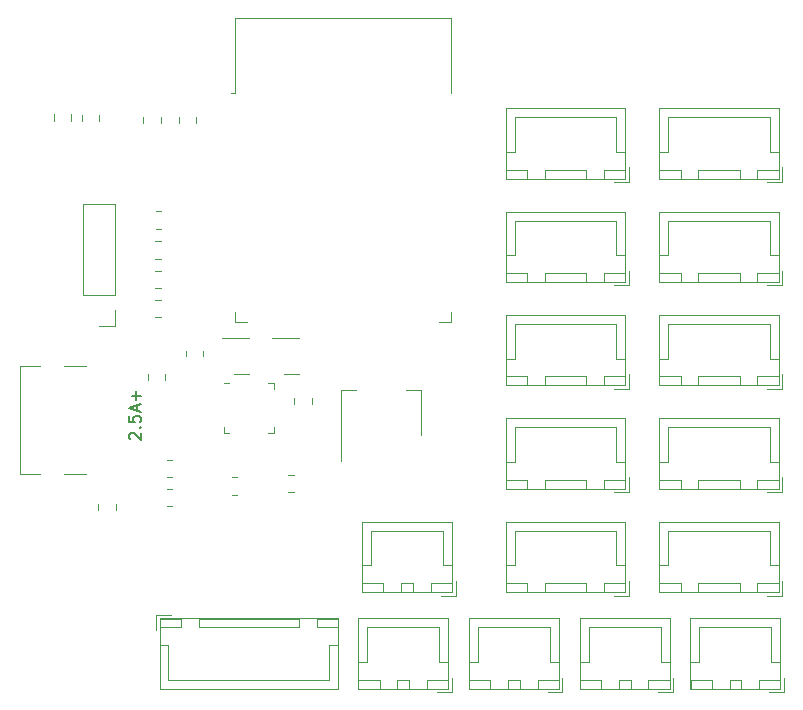
<source format=gbr>
%TF.GenerationSoftware,KiCad,Pcbnew,6.0.4-1.fc35*%
%TF.CreationDate,2022-04-06T21:04:10+03:00*%
%TF.ProjectId,Glove,476c6f76-652e-46b6-9963-61645f706362,rev?*%
%TF.SameCoordinates,Original*%
%TF.FileFunction,Legend,Top*%
%TF.FilePolarity,Positive*%
%FSLAX46Y46*%
G04 Gerber Fmt 4.6, Leading zero omitted, Abs format (unit mm)*
G04 Created by KiCad (PCBNEW 6.0.4-1.fc35) date 2022-04-06 21:04:10*
%MOMM*%
%LPD*%
G01*
G04 APERTURE LIST*
%ADD10C,0.150000*%
%ADD11C,0.120000*%
G04 APERTURE END LIST*
D10*
X119147619Y-86047619D02*
X119100000Y-86000000D01*
X119052380Y-85904761D01*
X119052380Y-85666666D01*
X119100000Y-85571428D01*
X119147619Y-85523809D01*
X119242857Y-85476190D01*
X119338095Y-85476190D01*
X119480952Y-85523809D01*
X120052380Y-86095238D01*
X120052380Y-85476190D01*
X119957142Y-85047619D02*
X120004761Y-85000000D01*
X120052380Y-85047619D01*
X120004761Y-85095238D01*
X119957142Y-85047619D01*
X120052380Y-85047619D01*
X119052380Y-84095238D02*
X119052380Y-84571428D01*
X119528571Y-84619047D01*
X119480952Y-84571428D01*
X119433333Y-84476190D01*
X119433333Y-84238095D01*
X119480952Y-84142857D01*
X119528571Y-84095238D01*
X119623809Y-84047619D01*
X119861904Y-84047619D01*
X119957142Y-84095238D01*
X120004761Y-84142857D01*
X120052380Y-84238095D01*
X120052380Y-84476190D01*
X120004761Y-84571428D01*
X119957142Y-84619047D01*
X119766666Y-83666666D02*
X119766666Y-83190476D01*
X120052380Y-83761904D02*
X119052380Y-83428571D01*
X120052380Y-83095238D01*
X119671428Y-82761904D02*
X119671428Y-82000000D01*
X120052380Y-82380952D02*
X119290476Y-82380952D01*
D11*
%TO.C,R9*%
X127772936Y-89265000D02*
X128227064Y-89265000D01*
X127772936Y-90735000D02*
X128227064Y-90735000D01*
%TO.C,R2*%
X122272936Y-87765000D02*
X122727064Y-87765000D01*
X122272936Y-89235000D02*
X122727064Y-89235000D01*
%TO.C,R1*%
X122272936Y-90265000D02*
X122727064Y-90265000D01*
X122272936Y-91735000D02*
X122727064Y-91735000D01*
%TO.C,RV_Pinky1*%
X167250000Y-98975000D02*
X170750000Y-98975000D01*
X173300000Y-96725000D02*
X173300000Y-93775000D01*
X174060000Y-93015000D02*
X163940000Y-93015000D01*
X164700000Y-96725000D02*
X164700000Y-93775000D01*
X165750000Y-98975000D02*
X165750000Y-98225000D01*
X163940000Y-98985000D02*
X174060000Y-98985000D01*
X174050000Y-96725000D02*
X173300000Y-96725000D01*
X174350000Y-99275000D02*
X174350000Y-98025000D01*
X173300000Y-93775000D02*
X169000000Y-93775000D01*
X163940000Y-93015000D02*
X163940000Y-98985000D01*
X165750000Y-98225000D02*
X163950000Y-98225000D01*
X173100000Y-99275000D02*
X174350000Y-99275000D01*
X174060000Y-98985000D02*
X174060000Y-93015000D01*
X174050000Y-98225000D02*
X172250000Y-98225000D01*
X170750000Y-98225000D02*
X167250000Y-98225000D01*
X164700000Y-93775000D02*
X169000000Y-93775000D01*
X174050000Y-98975000D02*
X174050000Y-98225000D01*
X163950000Y-98225000D02*
X163950000Y-98975000D01*
X163950000Y-96725000D02*
X164700000Y-96725000D01*
X172250000Y-98975000D02*
X174050000Y-98975000D01*
X163950000Y-98975000D02*
X165750000Y-98975000D01*
X167250000Y-98225000D02*
X167250000Y-98975000D01*
X172250000Y-98225000D02*
X172250000Y-98975000D01*
X170750000Y-98975000D02*
X170750000Y-98225000D01*
%TO.C,C3*%
X117935000Y-92061252D02*
X117935000Y-91538748D01*
X116465000Y-92061252D02*
X116465000Y-91538748D01*
%TO.C,BTN_A1*%
X147844444Y-107175000D02*
X149644444Y-107175000D01*
X149644444Y-106425000D02*
X147844444Y-106425000D01*
X149644444Y-107175000D02*
X149644444Y-106425000D01*
X148594444Y-104925000D02*
X148594444Y-101975000D01*
X147844444Y-104925000D02*
X148594444Y-104925000D01*
X153644444Y-107175000D02*
X155444444Y-107175000D01*
X151144444Y-106425000D02*
X151144444Y-107175000D01*
X147834444Y-107185000D02*
X155454444Y-107185000D01*
X151144444Y-107175000D02*
X152144444Y-107175000D01*
X155444444Y-106425000D02*
X153644444Y-106425000D01*
X155454444Y-101215000D02*
X147834444Y-101215000D01*
X147844444Y-106425000D02*
X147844444Y-107175000D01*
X154694444Y-101975000D02*
X151644444Y-101975000D01*
X154694444Y-104925000D02*
X154694444Y-101975000D01*
X147834444Y-101215000D02*
X147834444Y-107185000D01*
X155454444Y-107185000D02*
X155454444Y-101215000D01*
X152144444Y-107175000D02*
X152144444Y-106425000D01*
X155444444Y-104925000D02*
X154694444Y-104925000D01*
X152144444Y-106425000D02*
X151144444Y-106425000D01*
X155744444Y-107475000D02*
X155744444Y-106225000D01*
X155444444Y-107175000D02*
X155444444Y-106425000D01*
X148594444Y-101975000D02*
X151644444Y-101975000D01*
X154494444Y-107475000D02*
X155744444Y-107475000D01*
X153644444Y-106425000D02*
X153644444Y-107175000D01*
%TO.C,C2*%
X123265000Y-59261252D02*
X123265000Y-58738748D01*
X124735000Y-59261252D02*
X124735000Y-58738748D01*
%TO.C,Ring_Servo1*%
X150950000Y-87975000D02*
X151700000Y-87975000D01*
X150940000Y-84265000D02*
X150940000Y-90235000D01*
X161060000Y-84265000D02*
X150940000Y-84265000D01*
X161060000Y-90235000D02*
X161060000Y-84265000D01*
X159250000Y-90225000D02*
X161050000Y-90225000D01*
X151700000Y-87975000D02*
X151700000Y-85025000D01*
X161050000Y-89475000D02*
X159250000Y-89475000D01*
X157750000Y-90225000D02*
X157750000Y-89475000D01*
X161050000Y-90225000D02*
X161050000Y-89475000D01*
X152750000Y-90225000D02*
X152750000Y-89475000D01*
X160300000Y-85025000D02*
X156000000Y-85025000D01*
X154250000Y-89475000D02*
X154250000Y-90225000D01*
X161350000Y-90525000D02*
X161350000Y-89275000D01*
X154250000Y-90225000D02*
X157750000Y-90225000D01*
X150940000Y-90235000D02*
X161060000Y-90235000D01*
X161050000Y-87975000D02*
X160300000Y-87975000D01*
X160100000Y-90525000D02*
X161350000Y-90525000D01*
X159250000Y-89475000D02*
X159250000Y-90225000D01*
X150950000Y-89475000D02*
X150950000Y-90225000D01*
X150950000Y-90225000D02*
X152750000Y-90225000D01*
X151700000Y-85025000D02*
X156000000Y-85025000D01*
X157750000Y-89475000D02*
X154250000Y-89475000D01*
X152750000Y-89475000D02*
X150950000Y-89475000D01*
X160300000Y-87975000D02*
X160300000Y-85025000D01*
%TO.C,R3*%
X134535000Y-83027064D02*
X134535000Y-82572936D01*
X133065000Y-83027064D02*
X133065000Y-82572936D01*
%TO.C,C1*%
X120265000Y-59298752D02*
X120265000Y-58776248D01*
X121735000Y-59298752D02*
X121735000Y-58776248D01*
%TO.C,R7*%
X121767064Y-68215000D02*
X121312936Y-68215000D01*
X121767064Y-66745000D02*
X121312936Y-66745000D01*
%TO.C,RV_Pointer1*%
X174350000Y-90525000D02*
X174350000Y-89275000D01*
X173100000Y-90525000D02*
X174350000Y-90525000D01*
X170750000Y-90225000D02*
X170750000Y-89475000D01*
X174050000Y-90225000D02*
X174050000Y-89475000D01*
X174060000Y-84265000D02*
X163940000Y-84265000D01*
X174060000Y-90235000D02*
X174060000Y-84265000D01*
X164700000Y-85025000D02*
X169000000Y-85025000D01*
X172250000Y-89475000D02*
X172250000Y-90225000D01*
X163950000Y-89475000D02*
X163950000Y-90225000D01*
X165750000Y-90225000D02*
X165750000Y-89475000D01*
X174050000Y-89475000D02*
X172250000Y-89475000D01*
X173300000Y-87975000D02*
X173300000Y-85025000D01*
X173300000Y-85025000D02*
X169000000Y-85025000D01*
X165750000Y-89475000D02*
X163950000Y-89475000D01*
X167250000Y-89475000D02*
X167250000Y-90225000D01*
X163940000Y-90235000D02*
X174060000Y-90235000D01*
X163950000Y-90225000D02*
X165750000Y-90225000D01*
X163950000Y-87975000D02*
X164700000Y-87975000D01*
X167250000Y-90225000D02*
X170750000Y-90225000D01*
X164700000Y-87975000D02*
X164700000Y-85025000D01*
X172250000Y-90225000D02*
X174050000Y-90225000D01*
X174050000Y-87975000D02*
X173300000Y-87975000D01*
X170750000Y-89475000D02*
X167250000Y-89475000D01*
X163940000Y-84265000D02*
X163940000Y-90235000D01*
%TO.C,BTN_Trigger1*%
X139550000Y-96725000D02*
X139550000Y-93775000D01*
X138800000Y-96725000D02*
X139550000Y-96725000D01*
X140600000Y-98225000D02*
X138800000Y-98225000D01*
X144600000Y-98975000D02*
X146400000Y-98975000D01*
X146400000Y-96725000D02*
X145650000Y-96725000D01*
X146410000Y-93015000D02*
X138790000Y-93015000D01*
X140600000Y-98975000D02*
X140600000Y-98225000D01*
X146700000Y-99275000D02*
X146700000Y-98025000D01*
X139550000Y-93775000D02*
X142600000Y-93775000D01*
X143100000Y-98975000D02*
X143100000Y-98225000D01*
X142100000Y-98225000D02*
X142100000Y-98975000D01*
X146410000Y-98985000D02*
X146410000Y-93015000D01*
X145650000Y-93775000D02*
X142600000Y-93775000D01*
X138790000Y-98985000D02*
X146410000Y-98985000D01*
X145650000Y-96725000D02*
X145650000Y-93775000D01*
X138800000Y-98975000D02*
X140600000Y-98975000D01*
X142100000Y-98975000D02*
X143100000Y-98975000D01*
X146400000Y-98975000D02*
X146400000Y-98225000D01*
X145450000Y-99275000D02*
X146700000Y-99275000D01*
X144600000Y-98225000D02*
X144600000Y-98975000D01*
X146400000Y-98225000D02*
X144600000Y-98225000D01*
X138800000Y-98225000D02*
X138800000Y-98975000D01*
X138790000Y-93015000D02*
X138790000Y-98985000D01*
X143100000Y-98225000D02*
X142100000Y-98225000D01*
%TO.C,BTN_B1*%
X168400000Y-106425000D02*
X166600000Y-106425000D01*
X166600000Y-104925000D02*
X167350000Y-104925000D01*
X174210000Y-107185000D02*
X174210000Y-101215000D01*
X166600000Y-106425000D02*
X166600000Y-107175000D01*
X166600000Y-107175000D02*
X168400000Y-107175000D01*
X174200000Y-107175000D02*
X174200000Y-106425000D01*
X174200000Y-104925000D02*
X173450000Y-104925000D01*
X166590000Y-107185000D02*
X174210000Y-107185000D01*
X166590000Y-101215000D02*
X166590000Y-107185000D01*
X173450000Y-101975000D02*
X170400000Y-101975000D01*
X174200000Y-106425000D02*
X172400000Y-106425000D01*
X169900000Y-106425000D02*
X169900000Y-107175000D01*
X170900000Y-107175000D02*
X170900000Y-106425000D01*
X172400000Y-107175000D02*
X174200000Y-107175000D01*
X168400000Y-107175000D02*
X168400000Y-106425000D01*
X170900000Y-106425000D02*
X169900000Y-106425000D01*
X174210000Y-101215000D02*
X166590000Y-101215000D01*
X169900000Y-107175000D02*
X170900000Y-107175000D01*
X167350000Y-101975000D02*
X170400000Y-101975000D01*
X173250000Y-107475000D02*
X174500000Y-107475000D01*
X167350000Y-104925000D02*
X167350000Y-101975000D01*
X174500000Y-107475000D02*
X174500000Y-106225000D01*
X173450000Y-104925000D02*
X173450000Y-101975000D01*
X172400000Y-106425000D02*
X172400000Y-107175000D01*
%TO.C,R6*%
X121747064Y-69285000D02*
X121292936Y-69285000D01*
X121747064Y-70755000D02*
X121292936Y-70755000D01*
%TO.C,U2*%
X128040000Y-76090000D02*
X129040000Y-76090000D01*
X146280000Y-75310000D02*
X146280000Y-76090000D01*
X128040000Y-50345000D02*
X146280000Y-50345000D01*
X128040000Y-56765000D02*
X127660000Y-56765000D01*
X128040000Y-50345000D02*
X128040000Y-56765000D01*
X146280000Y-76090000D02*
X145280000Y-76090000D01*
X146280000Y-50345000D02*
X146280000Y-56765000D01*
X128040000Y-75310000D02*
X128040000Y-76090000D01*
%TO.C,C_Out1*%
X132538748Y-90535000D02*
X133061252Y-90535000D01*
X132538748Y-89065000D02*
X133061252Y-89065000D01*
%TO.C,R4*%
X121727064Y-74265000D02*
X121272936Y-74265000D01*
X121727064Y-75735000D02*
X121272936Y-75735000D01*
%TO.C,J2*%
X134950000Y-101975000D02*
X136750000Y-101975000D01*
X136760000Y-107185000D02*
X136760000Y-101215000D01*
X121650000Y-101225000D02*
X121650000Y-101975000D01*
X123450000Y-101975000D02*
X123450000Y-101225000D01*
X122600000Y-100925000D02*
X121350000Y-100925000D01*
X136750000Y-101975000D02*
X136750000Y-101225000D01*
X136750000Y-103475000D02*
X136000000Y-103475000D01*
X122400000Y-103475000D02*
X122400000Y-106425000D01*
X124950000Y-101225000D02*
X124950000Y-101975000D01*
X121650000Y-101975000D02*
X123450000Y-101975000D01*
X121650000Y-103475000D02*
X122400000Y-103475000D01*
X136000000Y-106425000D02*
X129200000Y-106425000D01*
X133450000Y-101975000D02*
X133450000Y-101225000D01*
X134950000Y-101225000D02*
X134950000Y-101975000D01*
X121350000Y-100925000D02*
X121350000Y-102175000D01*
X121640000Y-107185000D02*
X136760000Y-107185000D01*
X136750000Y-101225000D02*
X134950000Y-101225000D01*
X123450000Y-101225000D02*
X121650000Y-101225000D01*
X122400000Y-106425000D02*
X129200000Y-106425000D01*
X136760000Y-101215000D02*
X121640000Y-101215000D01*
X124950000Y-101975000D02*
X133450000Y-101975000D01*
X133450000Y-101225000D02*
X124950000Y-101225000D01*
X136000000Y-103475000D02*
X136000000Y-106425000D01*
X121640000Y-101215000D02*
X121640000Y-107185000D01*
%TO.C,R5*%
X121727064Y-73235000D02*
X121272936Y-73235000D01*
X121727064Y-71765000D02*
X121272936Y-71765000D01*
%TO.C,BTN_Grab1*%
X138466667Y-106425000D02*
X138466667Y-107175000D01*
X139216667Y-104925000D02*
X139216667Y-101975000D01*
X139216667Y-101975000D02*
X142266667Y-101975000D01*
X142766667Y-106425000D02*
X141766667Y-106425000D01*
X144266667Y-107175000D02*
X146066667Y-107175000D01*
X138466667Y-107175000D02*
X140266667Y-107175000D01*
X138466667Y-104925000D02*
X139216667Y-104925000D01*
X138456667Y-107185000D02*
X146076667Y-107185000D01*
X146366667Y-107475000D02*
X146366667Y-106225000D01*
X141766667Y-107175000D02*
X142766667Y-107175000D01*
X145116667Y-107475000D02*
X146366667Y-107475000D01*
X140266667Y-107175000D02*
X140266667Y-106425000D01*
X146076667Y-101215000D02*
X138456667Y-101215000D01*
X146066667Y-106425000D02*
X144266667Y-106425000D01*
X142766667Y-107175000D02*
X142766667Y-106425000D01*
X145316667Y-104925000D02*
X145316667Y-101975000D01*
X146066667Y-104925000D02*
X145316667Y-104925000D01*
X145316667Y-101975000D02*
X142266667Y-101975000D01*
X146076667Y-107185000D02*
X146076667Y-101215000D01*
X146066667Y-107175000D02*
X146066667Y-106425000D01*
X138456667Y-101215000D02*
X138456667Y-107185000D01*
X144266667Y-106425000D02*
X144266667Y-107175000D01*
X140266667Y-106425000D02*
X138466667Y-106425000D01*
X141766667Y-106425000D02*
X141766667Y-107175000D01*
%TO.C,Pinky_Servo1*%
X161060000Y-98985000D02*
X161060000Y-93015000D01*
X151700000Y-93775000D02*
X156000000Y-93775000D01*
X152750000Y-98225000D02*
X150950000Y-98225000D01*
X150940000Y-93015000D02*
X150940000Y-98985000D01*
X160100000Y-99275000D02*
X161350000Y-99275000D01*
X161050000Y-98225000D02*
X159250000Y-98225000D01*
X150950000Y-98975000D02*
X152750000Y-98975000D01*
X150950000Y-98225000D02*
X150950000Y-98975000D01*
X157750000Y-98225000D02*
X154250000Y-98225000D01*
X161350000Y-99275000D02*
X161350000Y-98025000D01*
X159250000Y-98975000D02*
X161050000Y-98975000D01*
X161050000Y-98975000D02*
X161050000Y-98225000D01*
X152750000Y-98975000D02*
X152750000Y-98225000D01*
X161050000Y-96725000D02*
X160300000Y-96725000D01*
X159250000Y-98225000D02*
X159250000Y-98975000D01*
X160300000Y-93775000D02*
X156000000Y-93775000D01*
X151700000Y-96725000D02*
X151700000Y-93775000D01*
X160300000Y-96725000D02*
X160300000Y-93775000D01*
X161060000Y-93015000D02*
X150940000Y-93015000D01*
X150950000Y-96725000D02*
X151700000Y-96725000D01*
X154250000Y-98975000D02*
X157750000Y-98975000D01*
X157750000Y-98975000D02*
X157750000Y-98225000D01*
X154250000Y-98225000D02*
X154250000Y-98975000D01*
X150940000Y-98985000D02*
X161060000Y-98985000D01*
%TO.C,Q1*%
X132800000Y-80560000D02*
X132150000Y-80560000D01*
X132800000Y-77440000D02*
X131125000Y-77440000D01*
X132800000Y-77440000D02*
X133450000Y-77440000D01*
X132800000Y-80560000D02*
X133450000Y-80560000D01*
%TO.C,RV_Ring1*%
X163950000Y-71975000D02*
X163950000Y-72725000D01*
X163950000Y-70475000D02*
X164700000Y-70475000D01*
X163940000Y-72735000D02*
X174060000Y-72735000D01*
X170750000Y-71975000D02*
X167250000Y-71975000D01*
X167250000Y-72725000D02*
X170750000Y-72725000D01*
X164700000Y-70475000D02*
X164700000Y-67525000D01*
X174050000Y-71975000D02*
X172250000Y-71975000D01*
X164700000Y-67525000D02*
X169000000Y-67525000D01*
X174350000Y-73025000D02*
X174350000Y-71775000D01*
X163950000Y-72725000D02*
X165750000Y-72725000D01*
X173100000Y-73025000D02*
X174350000Y-73025000D01*
X170750000Y-72725000D02*
X170750000Y-71975000D01*
X174050000Y-70475000D02*
X173300000Y-70475000D01*
X172250000Y-71975000D02*
X172250000Y-72725000D01*
X174050000Y-72725000D02*
X174050000Y-71975000D01*
X165750000Y-71975000D02*
X163950000Y-71975000D01*
X173300000Y-70475000D02*
X173300000Y-67525000D01*
X174060000Y-72735000D02*
X174060000Y-66765000D01*
X172250000Y-72725000D02*
X174050000Y-72725000D01*
X163940000Y-66765000D02*
X163940000Y-72735000D01*
X174060000Y-66765000D02*
X163940000Y-66765000D01*
X165750000Y-72725000D02*
X165750000Y-71975000D01*
X167250000Y-71975000D02*
X167250000Y-72725000D01*
X173300000Y-67525000D02*
X169000000Y-67525000D01*
%TO.C,R8*%
X125335000Y-79027064D02*
X125335000Y-78572936D01*
X123865000Y-79027064D02*
X123865000Y-78572936D01*
%TO.C,U3*%
X127090000Y-85510000D02*
X127090000Y-85035000D01*
X131310000Y-81290000D02*
X131310000Y-81765000D01*
X127565000Y-81290000D02*
X127090000Y-81290000D01*
X131310000Y-85510000D02*
X131310000Y-85035000D01*
X127565000Y-85510000D02*
X127090000Y-85510000D01*
X130835000Y-85510000D02*
X131310000Y-85510000D01*
X130835000Y-81290000D02*
X131310000Y-81290000D01*
%TO.C,J1*%
X113530000Y-88980000D02*
X115450000Y-88980000D01*
X115450000Y-79820000D02*
X113530000Y-79820000D01*
X111520000Y-88980000D02*
X109815000Y-88980000D01*
X109815000Y-88980000D02*
X109815000Y-79820000D01*
X109815000Y-79820000D02*
X111520000Y-79820000D01*
%TO.C,Pointer_Servo1*%
X150950000Y-71975000D02*
X150950000Y-72725000D01*
X157750000Y-72725000D02*
X157750000Y-71975000D01*
X154250000Y-71975000D02*
X154250000Y-72725000D01*
X160300000Y-70475000D02*
X160300000Y-67525000D01*
X154250000Y-72725000D02*
X157750000Y-72725000D01*
X161050000Y-72725000D02*
X161050000Y-71975000D01*
X157750000Y-71975000D02*
X154250000Y-71975000D01*
X161060000Y-72735000D02*
X161060000Y-66765000D01*
X161060000Y-66765000D02*
X150940000Y-66765000D01*
X151700000Y-67525000D02*
X156000000Y-67525000D01*
X161350000Y-73025000D02*
X161350000Y-71775000D01*
X152750000Y-72725000D02*
X152750000Y-71975000D01*
X152750000Y-71975000D02*
X150950000Y-71975000D01*
X159250000Y-71975000D02*
X159250000Y-72725000D01*
X161050000Y-70475000D02*
X160300000Y-70475000D01*
X150940000Y-72735000D02*
X161060000Y-72735000D01*
X160300000Y-67525000D02*
X156000000Y-67525000D01*
X160100000Y-73025000D02*
X161350000Y-73025000D01*
X150950000Y-72725000D02*
X152750000Y-72725000D01*
X159250000Y-72725000D02*
X161050000Y-72725000D01*
X150950000Y-70475000D02*
X151700000Y-70475000D01*
X161050000Y-71975000D02*
X159250000Y-71975000D01*
X151700000Y-70475000D02*
X151700000Y-67525000D01*
X150940000Y-66765000D02*
X150940000Y-72735000D01*
%TO.C,C5*%
X115085000Y-59098752D02*
X115085000Y-58576248D01*
X116555000Y-59098752D02*
X116555000Y-58576248D01*
%TO.C,Middle_Servo1*%
X161060000Y-75515000D02*
X150940000Y-75515000D01*
X157750000Y-80725000D02*
X154250000Y-80725000D01*
X161050000Y-81475000D02*
X161050000Y-80725000D01*
X151700000Y-79225000D02*
X151700000Y-76275000D01*
X150950000Y-81475000D02*
X152750000Y-81475000D01*
X150940000Y-81485000D02*
X161060000Y-81485000D01*
X161350000Y-81775000D02*
X161350000Y-80525000D01*
X160100000Y-81775000D02*
X161350000Y-81775000D01*
X151700000Y-76275000D02*
X156000000Y-76275000D01*
X161060000Y-81485000D02*
X161060000Y-75515000D01*
X157750000Y-81475000D02*
X157750000Y-80725000D01*
X152750000Y-80725000D02*
X150950000Y-80725000D01*
X154250000Y-80725000D02*
X154250000Y-81475000D01*
X150950000Y-79225000D02*
X151700000Y-79225000D01*
X154250000Y-81475000D02*
X157750000Y-81475000D01*
X150940000Y-75515000D02*
X150940000Y-81485000D01*
X152750000Y-81475000D02*
X152750000Y-80725000D01*
X160300000Y-79225000D02*
X160300000Y-76275000D01*
X159250000Y-81475000D02*
X161050000Y-81475000D01*
X161050000Y-80725000D02*
X159250000Y-80725000D01*
X150950000Y-80725000D02*
X150950000Y-81475000D01*
X160300000Y-76275000D02*
X156000000Y-76275000D01*
X159250000Y-80725000D02*
X159250000Y-81475000D01*
X161050000Y-79225000D02*
X160300000Y-79225000D01*
%TO.C,C4*%
X112665000Y-59061252D02*
X112665000Y-58538748D01*
X114135000Y-59061252D02*
X114135000Y-58538748D01*
%TO.C,BTN_Pinch1*%
X160522221Y-107175000D02*
X161522221Y-107175000D01*
X164822221Y-107175000D02*
X164822221Y-106425000D01*
X159022221Y-107175000D02*
X159022221Y-106425000D01*
X165122221Y-107475000D02*
X165122221Y-106225000D01*
X164072221Y-101975000D02*
X161022221Y-101975000D01*
X157972221Y-104925000D02*
X157972221Y-101975000D01*
X161522221Y-106425000D02*
X160522221Y-106425000D01*
X164822221Y-106425000D02*
X163022221Y-106425000D01*
X157212221Y-101215000D02*
X157212221Y-107185000D01*
X161522221Y-107175000D02*
X161522221Y-106425000D01*
X159022221Y-106425000D02*
X157222221Y-106425000D01*
X157972221Y-101975000D02*
X161022221Y-101975000D01*
X164822221Y-104925000D02*
X164072221Y-104925000D01*
X160522221Y-106425000D02*
X160522221Y-107175000D01*
X157222221Y-104925000D02*
X157972221Y-104925000D01*
X163022221Y-107175000D02*
X164822221Y-107175000D01*
X164832221Y-101215000D02*
X157212221Y-101215000D01*
X157222221Y-107175000D02*
X159022221Y-107175000D01*
X164072221Y-104925000D02*
X164072221Y-101975000D01*
X164832221Y-107185000D02*
X164832221Y-101215000D01*
X163872221Y-107475000D02*
X165122221Y-107475000D01*
X163022221Y-106425000D02*
X163022221Y-107175000D01*
X157212221Y-107185000D02*
X164832221Y-107185000D01*
X157222221Y-106425000D02*
X157222221Y-107175000D01*
%TO.C,J_JTAG1*%
X117830000Y-66150000D02*
X115170000Y-66150000D01*
X117830000Y-76430000D02*
X116500000Y-76430000D01*
X117830000Y-75100000D02*
X117830000Y-76430000D01*
X115170000Y-73830000D02*
X115170000Y-66150000D01*
X117830000Y-73830000D02*
X115170000Y-73830000D01*
X117830000Y-73830000D02*
X117830000Y-66150000D01*
%TO.C,RV_Thumb1*%
X163940000Y-58015000D02*
X163940000Y-63985000D01*
X167250000Y-63975000D02*
X170750000Y-63975000D01*
X173300000Y-58775000D02*
X169000000Y-58775000D01*
X174050000Y-61725000D02*
X173300000Y-61725000D01*
X173300000Y-61725000D02*
X173300000Y-58775000D01*
X164700000Y-61725000D02*
X164700000Y-58775000D01*
X165750000Y-63975000D02*
X165750000Y-63225000D01*
X174060000Y-58015000D02*
X163940000Y-58015000D01*
X170750000Y-63975000D02*
X170750000Y-63225000D01*
X174060000Y-63985000D02*
X174060000Y-58015000D01*
X172250000Y-63975000D02*
X174050000Y-63975000D01*
X163940000Y-63985000D02*
X174060000Y-63985000D01*
X167250000Y-63225000D02*
X167250000Y-63975000D01*
X173100000Y-64275000D02*
X174350000Y-64275000D01*
X164700000Y-58775000D02*
X169000000Y-58775000D01*
X163950000Y-63975000D02*
X165750000Y-63975000D01*
X163950000Y-61725000D02*
X164700000Y-61725000D01*
X174050000Y-63975000D02*
X174050000Y-63225000D01*
X170750000Y-63225000D02*
X167250000Y-63225000D01*
X174050000Y-63225000D02*
X172250000Y-63225000D01*
X163950000Y-63225000D02*
X163950000Y-63975000D01*
X165750000Y-63225000D02*
X163950000Y-63225000D01*
X174350000Y-64275000D02*
X174350000Y-63025000D01*
X172250000Y-63225000D02*
X172250000Y-63975000D01*
%TO.C,C_In1*%
X120665000Y-81061252D02*
X120665000Y-80538748D01*
X122135000Y-81061252D02*
X122135000Y-80538748D01*
%TO.C,RV_Middle1*%
X174050000Y-81475000D02*
X174050000Y-80725000D01*
X173100000Y-81775000D02*
X174350000Y-81775000D01*
X163950000Y-80725000D02*
X163950000Y-81475000D01*
X174350000Y-81775000D02*
X174350000Y-80525000D01*
X163950000Y-79225000D02*
X164700000Y-79225000D01*
X173300000Y-76275000D02*
X169000000Y-76275000D01*
X174050000Y-79225000D02*
X173300000Y-79225000D01*
X174050000Y-80725000D02*
X172250000Y-80725000D01*
X163950000Y-81475000D02*
X165750000Y-81475000D01*
X163940000Y-81485000D02*
X174060000Y-81485000D01*
X173300000Y-79225000D02*
X173300000Y-76275000D01*
X167250000Y-81475000D02*
X170750000Y-81475000D01*
X163940000Y-75515000D02*
X163940000Y-81485000D01*
X167250000Y-80725000D02*
X167250000Y-81475000D01*
X174060000Y-81485000D02*
X174060000Y-75515000D01*
X170750000Y-80725000D02*
X167250000Y-80725000D01*
X165750000Y-81475000D02*
X165750000Y-80725000D01*
X172250000Y-80725000D02*
X172250000Y-81475000D01*
X174060000Y-75515000D02*
X163940000Y-75515000D01*
X165750000Y-80725000D02*
X163950000Y-80725000D01*
X164700000Y-79225000D02*
X164700000Y-76275000D01*
X164700000Y-76275000D02*
X169000000Y-76275000D01*
X170750000Y-81475000D02*
X170750000Y-80725000D01*
X172250000Y-81475000D02*
X174050000Y-81475000D01*
%TO.C,Q2*%
X128600000Y-77440000D02*
X126925000Y-77440000D01*
X128600000Y-80560000D02*
X129250000Y-80560000D01*
X128600000Y-80560000D02*
X127950000Y-80560000D01*
X128600000Y-77440000D02*
X129250000Y-77440000D01*
%TO.C,U1*%
X143810000Y-85650000D02*
X143810000Y-81890000D01*
X136990000Y-81890000D02*
X138250000Y-81890000D01*
X143810000Y-81890000D02*
X142550000Y-81890000D01*
X136990000Y-87900000D02*
X136990000Y-81890000D01*
%TO.C,Thumb_Servo1*%
X159250000Y-63975000D02*
X161050000Y-63975000D01*
X150950000Y-63975000D02*
X152750000Y-63975000D01*
X150940000Y-58015000D02*
X150940000Y-63985000D01*
X154250000Y-63975000D02*
X157750000Y-63975000D01*
X152750000Y-63975000D02*
X152750000Y-63225000D01*
X161050000Y-61725000D02*
X160300000Y-61725000D01*
X150950000Y-61725000D02*
X151700000Y-61725000D01*
X161050000Y-63225000D02*
X159250000Y-63225000D01*
X161350000Y-64275000D02*
X161350000Y-63025000D01*
X151700000Y-61725000D02*
X151700000Y-58775000D01*
X160300000Y-61725000D02*
X160300000Y-58775000D01*
X151700000Y-58775000D02*
X156000000Y-58775000D01*
X161050000Y-63975000D02*
X161050000Y-63225000D01*
X157750000Y-63975000D02*
X157750000Y-63225000D01*
X150940000Y-63985000D02*
X161060000Y-63985000D01*
X160100000Y-64275000D02*
X161350000Y-64275000D01*
X152750000Y-63225000D02*
X150950000Y-63225000D01*
X161060000Y-63985000D02*
X161060000Y-58015000D01*
X160300000Y-58775000D02*
X156000000Y-58775000D01*
X159250000Y-63225000D02*
X159250000Y-63975000D01*
X150950000Y-63225000D02*
X150950000Y-63975000D01*
X157750000Y-63225000D02*
X154250000Y-63225000D01*
X154250000Y-63225000D02*
X154250000Y-63975000D01*
X161060000Y-58015000D02*
X150940000Y-58015000D01*
%TD*%
M02*

</source>
